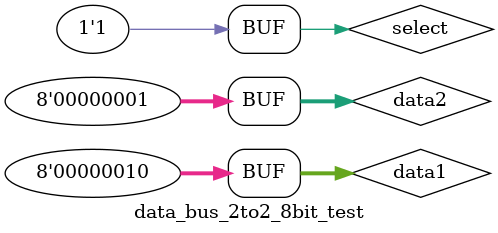
<source format=v>
module data_bus_2to2_8bit_test();
    reg [7:0] data1;
    reg [7:0] data2;
    reg select;
    wire [7:0] dataOut1;
    wire [7:0] dataOut2;
        
    data_bus_2to2_8bit uut(data1, data2, select, dataOut1, dataOut2);
    
    initial begin
        data1 = 8'd1; data2 = 8'd2; select = 0; #250;
        data1 = 8'd1; data2 = 8'd2; select = 1; #250;
        data1 = 8'd2; data2 = 8'd1; select = 0; #250;
        data1 = 8'd2; data2 = 8'd1; select = 1; #250;
    end
endmodule

</source>
